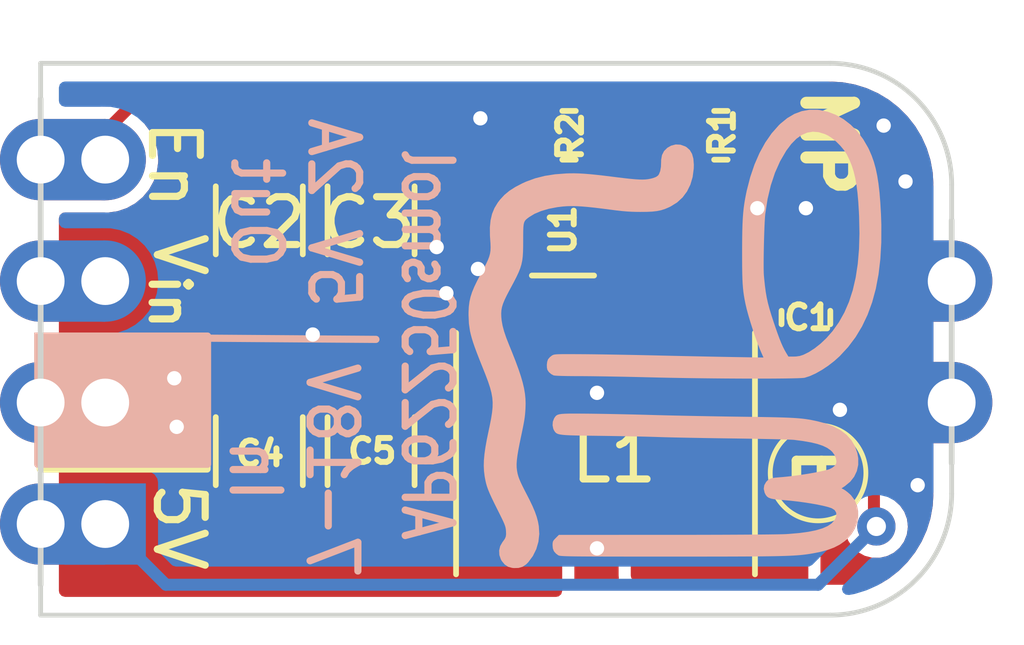
<source format=kicad_pcb>
(kicad_pcb (version 20211014) (generator pcbnew)
  (layers (0 "F.Cu" signal) (31 "B.Cu" signal) (34 "B.Paste" user) (35 "F.Paste" user) (36 "B.SilkS" user "B.Silkscreen") (37 "F.SilkS" user "F.Silkscreen") (38 "B.Mask" user) (39 "F.Mask" user) (44 "Edge.Cuts" user))
  (net 0 "")
  (net 1 "V_{IN}")
  (net 2 "GND")
  (net 3 "Net-(R1-Pad2)")
  (net 4 "Net-(C1-Pad1)")
  (net 5 "Net-(C1-Pad2)")
  (net 6 "En")
  (net 7 "+5V")
  (footprint "Capacitor_SMD:C_1206_3216Metric" (layer "F.Cu") (at 129.032 86.36 -90)
    (fp_text reference "C2" (at 0.0508 0) (layer "F.SilkS"))
    (fp_text value "10uF_Opt")
    (fp_line (start -0.711252 0.91) (end 0.711252 0.91) (layer "F.SilkS") (width 0.12))
    (fp_line (start -0.711252 -0.91) (end 0.711252 -0.91) (layer "F.SilkS") (width 0.12))
    (pad "1" smd roundrect locked (at -1.475 0 270) (size 1.15 1.8) (layers "F.Cu" "F.Paste" "F.Mask") (roundrect_rratio 0.217391) (net 1 "V_{IN}"))
    (pad "2" smd roundrect locked (at 1.475 0 270) (size 1.15 1.8) (layers "F.Cu" "F.Paste" "F.Mask") (roundrect_rratio 0.217391) (net 2 "GND"))
  )
  (footprint "MikeFootprintLib:RevisionSymbol_Small" (layer "F.Cu") (at 140.716 91.6432 -90)
    (fp_text reference "MISC1")
    (fp_text value "B" (at 0 0 -90 unlocked) (layer "F.SilkS") (effects (font (thickness 0.2))))
    (fp_circle (center 0 0) (end 1 0) (layer "F.SilkS") (width 0.1) (fill none))
  )
  (footprint "Capacitor_SMD:C_0603_1608Metric" (layer "F.Cu") (at 135.509 84.582 180)
    (fp_text reference "R2" (at -0.0254 -0.0254 90) (layer "F.SilkS") (effects (font (size 0.5 0.5) (thickness 0.125))))
    (fp_text value "10k")
    (fp_line (start -0.14058 0.51) (end 0.14058 0.51) (layer "F.SilkS") (width 0.12))
    (fp_line (start -0.14058 -0.51) (end 0.14058 -0.51) (layer "F.SilkS") (width 0.12))
    (pad "1" smd roundrect locked (at -0.775 0 180) (size 0.9 0.95) (layers "F.Cu" "F.Paste" "F.Mask") (net 3 "Net-(R1-Pad2)"))
    (pad "2" smd roundrect locked (at 0.775 0 180) (size 0.9 0.95) (layers "F.Cu" "F.Paste" "F.Mask") (net 2 "GND"))
  )
  (footprint "Capacitor_SMD:C_1206_3216Metric" (layer "F.Cu") (at 131.3688 86.36 -90)
    (fp_text reference "C3" (at 0.0508 0.0508) (layer "F.SilkS"))
    (fp_text value "10uF")
    (fp_line (start -0.711252 0.91) (end 0.711252 0.91) (layer "F.SilkS") (width 0.12))
    (fp_line (start -0.711252 -0.91) (end 0.711252 -0.91) (layer "F.SilkS") (width 0.12))
    (pad "1" smd roundrect locked (at -1.475 0 270) (size 1.15 1.8) (layers "F.Cu" "F.Paste" "F.Mask") (roundrect_rratio 0.217391) (net 1 "V_{IN}"))
    (pad "2" smd roundrect locked (at 1.475 0 270) (size 1.15 1.8) (layers "F.Cu" "F.Paste" "F.Mask") (roundrect_rratio 0.217391) (net 2 "GND"))
  )
  (footprint "Capacitor_SMD:C_1206_3216Metric" (layer "F.Cu") (at 131.3688 91.186 90)
    (fp_text reference "C5" (at -0.000001 0.025 180) (layer "F.SilkS") (effects (font (size 0.5 0.5) (thickness 0.125))))
    (fp_text value "22uF")
    (fp_line (start -0.711252 0.91) (end 0.711252 0.91) (layer "F.SilkS") (width 0.12))
    (fp_line (start -0.711252 -0.91) (end 0.711252 -0.91) (layer "F.SilkS") (width 0.12))
    (pad "1" smd roundrect locked (at -1.475 0 90) (size 1.15 1.8) (layers "F.Cu" "F.Paste" "F.Mask") (roundrect_rratio 0.2173913043) (net 7 "+5V"))
    (pad "2" smd roundrect locked (at 1.475 0 90) (size 1.15 1.8) (layers "F.Cu" "F.Paste" "F.Mask") (roundrect_rratio 0.2173913043) (net 2 "GND"))
  )
  (footprint "Capacitor_SMD:C_0603_1608Metric" (layer "F.Cu") (at 138.684 84.582 180)
    (fp_text reference "R1" (at -0.0254 0.0508 90) (layer "F.SilkS") (effects (font (size 0.5 0.5) (thickness 0.125))))
    (fp_text value "52.3k")
    (fp_line (start -0.14058 -0.51) (end 0.14058 -0.51) (layer "F.SilkS") (width 0.12))
    (fp_line (start -0.14058 0.51) (end 0.14058 0.51) (layer "F.SilkS") (width 0.12))
    (pad "1" smd roundrect locked (at -0.775 0 180) (size 0.9 0.95) (layers "F.Cu" "F.Paste" "F.Mask") (net 7 "+5V"))
    (pad "2" smd roundrect locked (at 0.775 0 180) (size 0.9 0.95) (layers "F.Cu" "F.Paste" "F.Mask") (net 3 "Net-(R1-Pad2)"))
  )
  (footprint "MikeConnectorFootprints:Castellated_1x2_2.54mm" (layer "F.Cu") (at 140.97 90.17 180)
    (fp_text reference "J1" hide)
    (fp_text value "Heatsink Pads" hide)
    (fp_line (start -2.54 -1.27) (end -2.54 3.81) (layer "Edge.Cuts") (width 0.12))
    (pad "1" smd rect (at -1.905 0) (size 1.286 1.7) (layers "F.Cu" "F.Mask") (net 2 "GND"))
    (pad "1" smd rect (at -1.905 0) (size 1.286 1.7) (layers "B.Cu" "B.Mask") (net 2 "GND"))
    (pad "1" thru_hole circle (at -2.54 0 180) (size 1.7 1.7) (drill 1) (layers *.Cu *.Mask) (net 2 "GND"))
    (pad "2" smd rect (at -1.905 2.54) (size 1.286 1.7) (layers "F.Cu" "F.Mask") (net 2 "GND"))
    (pad "2" thru_hole oval (at -2.54 2.54 180) (size 1.7 1.7) (drill 1) (layers *.Cu *.Mask) (net 2 "GND"))
    (pad "2" smd rect (at -1.905 2.54) (size 1.286 1.7) (layers "B.Cu" "B.Mask") (net 2 "GND"))
  )
  (footprint "MikeFootprintLib:L_Inductor_tdk_VLS5045EX" (layer "F.Cu") (at 136.2964 91.2368 180)
    (fp_text reference "L1" (at -0.1524 -0.0762 unlocked) (layer "F.SilkS"))
    (fp_text value "2.2uF")
    (fp_line (start -3.1 -2.525) (end -3.1 2.525) (layer "F.SilkS") (width 0.12))
    (fp_line (start 3.15 -2.525) (end 3.15 2.525) (layer "F.SilkS") (width 0.12))
    (pad "1" smd rect (at -2 0 180) (size 1.9 4) (layers "F.Cu" "F.Paste" "F.Mask") (net 4 "Net-(C1-Pad1)"))
    (pad "2" smd rect (at 2 0 180) (size 1.9 4) (layers "F.Cu" "F.Paste" "F.Mask") (net 7 "+5V"))
  )
  (footprint "Capacitor_SMD:C_1206_3216Metric" (layer "F.Cu") (at 129.032 91.186 90)
    (fp_text reference "C4" (at -0.0508 0.0128 180) (layer "F.SilkS") (effects (font (size 0.5 0.5) (thickness 0.125))))
    (fp_text value "22uF")
    (fp_line (start -0.711252 -0.91) (end 0.711252 -0.91) (layer "F.SilkS") (width 0.12))
    (fp_line (start -0.711252 0.91) (end 0.711252 0.91) (layer "F.SilkS") (width 0.12))
    (pad "1" smd roundrect locked (at -1.475 0 90) (size 1.15 1.8) (layers "F.Cu" "F.Paste" "F.Mask") (roundrect_rratio 0.2173913043) (net 7 "+5V"))
    (pad "2" smd roundrect locked (at 1.475 0 90) (size 1.15 1.8) (layers "F.Cu" "F.Paste" "F.Mask") (roundrect_rratio 0.2173913043) (net 2 "GND"))
  )
  (footprint "Package_TO_SOT_SMD:SOT-563" (layer "F.Cu") (at 135.382 86.614)
    (fp_text reference "U1" (at 0 -0.0508 270) (layer "F.SilkS") (effects (font (size 0.5 0.5) (thickness 0.125))))
    (fp_text value "AP62250Z6")
    (fp_line (start 0.65 0.9) (end -0.65 0.9) (layer "F.SilkS") (width 0.12))
    (fp_line (start -0.9 -0.9) (end 0.65 -0.9) (layer "F.SilkS") (width 0.12))
    (pad "1" smd rect locked (at -0.75 -0.5) (size 0.7 0.34) (layers "F.Cu" "F.Paste" "F.Mask") (net 1 "V_{IN}"))
    (pad "2" smd rect locked (at -0.75 0) (size 0.7 0.34) (layers "F.Cu" "F.Paste" "F.Mask") (net 4 "Net-(C1-Pad1)"))
    (pad "3" smd rect locked (at -0.75 0.5) (size 0.7 0.34) (layers "F.Cu" "F.Paste" "F.Mask") (net 2 "GND"))
    (pad "4" smd rect locked (at 0.75 0.5) (size 0.7 0.34) (layers "F.Cu" "F.Paste" "F.Mask") (net 5 "Net-(C1-Pad2)"))
    (pad "5" smd rect locked (at 0.75 0) (size 0.7 0.34) (layers "F.Cu" "F.Paste" "F.Mask") (net 6 "En"))
    (pad "6" smd rect locked (at 0.75 -0.5) (size 0.7 0.34) (layers "F.Cu" "F.Paste" "F.Mask") (net 3 "Net-(R1-Pad2)"))
  )
  (footprint "Capacitor_SMD:C_0603_1608Metric" (layer "F.Cu") (at 140.462 88.392 90)
    (fp_text reference "C1" (at 0 0.0508) (layer "F.SilkS") (effects (font (size 0.5 0.5) (thickness 0.125))))
    (fp_text value "100nF")
    (fp_line (start -0.14058 0.51) (end 0.14058 0.51) (layer "F.SilkS") (width 0.12))
    (fp_line (start -0.14058 -0.51) (end 0.14058 -0.51) (layer "F.SilkS") (width 0.12))
    (pad "1" smd roundrect locked (at -0.775 0 90) (size 0.9 0.95) (layers "F.Cu" "F.Paste" "F.Mask") (net 4 "Net-(C1-Pad1)"))
    (pad "2" smd roundrect locked (at 0.775 0 90) (size 0.9 0.95) (layers "F.Cu" "F.Paste" "F.Mask") (net 5 "Net-(C1-Pad2)"))
  )
  (footprint "MikeConnectorFootprints:Castellated_2x4_2.54mm" (layer "B.Cu") (at 124.46 92.71)
    (fp_text reference "J2" hide)
    (fp_text value "Connector Pads" hide)
    (fp_line (start 0 1.27) (end 0 -8.89) (layer "Edge.Cuts") (width 0.12))
    (pad "1" smd rect (at 0.635 0 180) (size 1.35 1.7) (layers "F.Cu" "F.Mask") (net 7 "+5V"))
    (pad "1" smd rect (at 0.675 0 180) (size 1.35 1.7) (layers "B.Cu" "B.Mask") (net 7 "+5V"))
    (pad "1" thru_hole rect (at 1.35 0) (size 1.7 1.7) (drill 1) (layers *.Cu *.Mask) (net 7 "+5V"))
    (pad "1" thru_hole circle (at 0 0) (size 1.7 1.7) (drill 1) (layers *.Cu *.Mask) (net 7 "+5V"))
    (pad "2" smd rect (at 0.675 -2.54 180) (size 1.35 1.7) (layers "B.Cu" "B.Mask") (net 2 "GND"))
    (pad "2" thru_hole oval (at 1.35 -2.54) (size 1.7 1.7) (drill 1) (layers *.Cu *.Mask) (net 2 "GND"))
    (pad "2" thru_hole oval (at 0 -2.54) (size 1.7 1.7) (drill 1) (layers *.Cu *.Mask) (net 2 "GND"))
    (pad "2" smd rect (at 0.675 -2.54 180) (size 1.35 1.7) (layers "F.Cu" "F.Mask") (net 2 "GND"))
    (pad "3" thru_hole oval (at 1.35 -5.08) (size 1.7 1.7) (drill 1) (layers *.Cu *.Mask) (net 1 "V_{IN}"))
    (pad "3" thru_hole oval (at 0 -5.08) (size 1.7 1.7) (drill 1) (layers *.Cu *.Mask) (net 1 "V_{IN}"))
    (pad "3" smd rect (at 0.675 -5.08 180) (size 1.35 1.7) (layers "B.Cu" "B.Mask") (net 1 "V_{IN}"))
    (pad "3" smd rect (at 0.675 -5.08 180) (size 1.35 1.7) (layers "F.Cu" "F.Mask") (net 1 "V_{IN}"))
    (pad "4" smd rect (at 0.675 -7.62 180) (size 1.35 1.7) (layers "B.Cu" "B.Mask") (net 6 "En"))
    (pad "4" smd rect (at 0.675 -7.62 180) (size 1.35 1.7) (layers "F.Cu" "F.Mask") (net 6 "En"))
    (pad "4" thru_hole oval (at 0 -7.62) (size 1.7 1.7) (drill 1) (layers *.Cu *.Mask) (net 6 "En"))
    (pad "4" thru_hole oval (at 1.35 -7.62) (size 1.7 1.7) (drill 1) (layers *.Cu *.Mask) (net 6 "En"))
  )
  (footprint "MikeArtworkLib:MPSquare_10mm" (layer "B.Cu") (at 137.7188 89.2556 90)
    (fp_text reference "ART1" hide)
    (fp_text value "MP10mm" hide)
    (fp_poly (pts (xy 4.183422 0.390289) (xy 4.2848 0.362523) (xy 4.364574 0.315784) (xy 4.424326 0.249322) (xy 4.442588 0.217806) (xy 4.477556 0.119005) (xy 4.482482 0.020369) (xy 4.457555 -0.075791) (xy 4.411709 -0.155672) (xy 4.344377 -0.223648) (xy 4.260707 -0.266363) (xy 4.160181 -0.284051) (xy 4.125142 -0.28448) (xy 4.015397 -0.288194) (xy 3.925104 -0.303965) (xy 3.857807 -0.330984) (xy 3.830372 -0.351825) (xy 3.80199 -0.393259) (xy 3.778215 -0.457944) (xy 3.766365 -0.505318) (xy 3.756876 -0.555534) (xy 3.750732 -0.608768) (xy 3.748113 -0.668616) (xy 3.749194 -0.738677) (xy 3.754153 -0.82255) (xy 3.763169 -0.923831) (xy 3.776417 -1.046121) (xy 3.794077 -1.193015) (xy 3.804277 -1.274145) (xy 3.827567 -1.462629) (xy 3.846125 -1.625402) (xy 3.860256 -1.766641) (xy 3.870264 -1.890526) (xy 3.876451 -2.001233) (xy 3.879123 -2.102942) (xy 3.878583 -2.199829) (xy 3.876465 -2.266806) (xy 3.858732 -2.502734) (xy 3.825353 -2.717293) (xy 3.775141 -2.915754) (xy 3.706911 -3.103386) (xy 3.669621 -3.186518) (xy 3.592939 -3.334166) (xy 3.513808 -3.457126) (xy 3.427861 -3.560958) (xy 3.330731 -3.651222) (xy 3.265784 -3.700813) (xy 3.153096 -3.769389) (xy 3.031567 -3.819155) (xy 2.897214 -3.850943) (xy 2.746052 -3.865582) (xy 2.574097 -3.863904) (xy 2.505282 -3.859383) (xy 2.411528 -3.852788) (xy 2.332891 -3.85013) (xy 2.264155 -3.852807) (xy 2.200108 -3.862218) (xy 2.135535 -3.879762) (xy 2.065223 -3.906839) (xy 1.983957 -3.944846) (xy 1.886525 -3.995183) (xy 1.774862 -4.05536) (xy 1.630955 -4.13133) (xy 1.506228 -4.191416) (xy 1.395138 -4.237267) (xy 1.292143 -4.270533) (xy 1.191699 -4.292864) (xy 1.088263 -4.305911) (xy 0.976293 -4.311322) (xy 0.913817 -4.311673) (xy 0.737052 -4.303744) (xy 0.585207 -4.281952) (xy 0.580553 -4.280986) (xy 0.506312 -4.263949) (xy 0.428733 -4.242959) (xy 0.343882 -4.216653) (xy 0.247825 -4.18367) (xy 0.136628 -4.142649) (xy 0.006359 -4.092229) (xy -0.146918 -4.031048) (xy -0.178155 -4.018424) (xy -0.339478 -3.954196) (xy -0.478414 -3.902236) (xy -0.600066 -3.862044) (xy -0.70954 -3.833122) (xy -0.811938 -3.814975) (xy -0.912367 -3.807102) (xy -1.015929 -3.809008) (xy -1.12773 -3.820194) (xy -1.252873 -3.840163) (xy -1.396462 -3.868416) (xy -1.496849 -3.889845) (xy -1.685911 -3.928983) (xy -1.850532 -3.958549) (xy -1.994912 -3.978893) (xy -2.123251 -3.990364) (xy -2.239748 -3.993313) (xy -2.348603 -3.988089) (xy -2.454015 -3.975043) (xy -2.475636 -3.971424) (xy -2.54544 -3.958225) (xy -2.609537 -3.943312) (xy -2.672496 -3.92491) (xy -2.738884 -3.901241) (xy -2.813269 -3.870528) (xy -2.900221 -3.830994) (xy -3.004306 -3.780863) (xy -3.130093 -3.718357) (xy -3.143589 -3.711583) (xy -3.251446 -3.657638) (xy -3.336442 -3.615876) (xy -3.402686 -3.584649) (xy -3.454286 -3.562309) (xy -3.495352 -3.547206) (xy -3.529993 -3.537691) (xy -3.562316 -3.532116) (xy -3.596432 -3.528831) (xy -3.599555 -3.528604) (xy -3.667168 -3.526159) (xy -3.717682 -3.532755) (xy -3.762844 -3.5521) (xy -3.814401 -3.587901) (xy -3.832537 -3.602138) (xy -3.915584 -3.649855) (xy -4.00793 -3.671502) (xy -4.103048 -3.66686) (xy -4.194408 -3.635706) (xy -4.228813 -3.615522) (xy -4.301625 -3.554907) (xy -4.347981 -3.485638) (xy -4.371655 -3.401219) (xy -4.375536 -3.363097) (xy -4.372671 -3.264053) (xy -4.348095 -3.181402) (xy -4.298802 -3.107685) (xy -4.254683 -3.063353) (xy -4.125255 -2.966935) (xy -3.980938 -2.895496) (xy -3.825524 -2.850147) (xy -3.662807 -2.831999) (xy -3.498327 -2.841903) (xy -3.401306 -2.859839) (xy -3.303171 -2.886223) (xy -3.1988 -2.922983) (xy -3.083075 -2.972048) (xy -2.950874 -3.035344) (xy -2.856472 -3.083579) (xy -2.741741 -3.142811) (xy -2.649 -3.189242) (xy -2.57371 -3.22473) (xy -2.511334 -3.251133) (xy -2.457333 -3.270311) (xy -2.40717 -3.284123) (xy -2.356304 -3.294428) (xy -2.332002 -3.298412) (xy -2.269059 -3.30512) (xy -2.199078 -3.306101) (xy -2.118154 -3.300906) (xy -2.022378 -3.289087) (xy -1.907843 -3.270196) (xy -1.770643 -3.243785) (xy -1.665353 -3.221927) (xy -1.53911 -3.195308) (xy -1.437385 -3.174376) (xy -1.355092 -3.158304) (xy -1.287147 -3.146266) (xy -1.228464 -3.137435) (xy -1.17396 -3.130986) (xy -1.118548 -3.12609) (xy -1.057144 -3.121923) (xy -1.045803 -3.121231) (xy -0.939571 -3.1178) (xy -0.834547 -3.121085) (xy -0.727506 -3.131912) (xy -0.615222 -3.151107) (xy -0.494468 -3.179496) (xy -0.362019 -3.217906) (xy -0.214648 -3.267162) (xy -0.049131 -3.32809) (xy 0.137761 -3.401517) (xy 0.287544 -3.46266) (xy 0.440768 -3.522848) (xy 0.573862 -3.567975) (xy 0.6921 -3.599508) (xy 0.800758 -3.618916) (xy 0.874855 -3.626133) (xy 0.94761 -3.628394) (xy 1.014762 -3.624221) (xy 1.081367 -3.612014) (xy 1.152484 -3.590171) (xy 1.23317 -3.557093) (xy 1.328484 -3.511179) (xy 1.443483 -3.450828) (xy 1.464182 -3.439653) (xy 1.596784 -3.368536) (xy 1.708482 -3.311078) (xy 1.804643 -3.265827) (xy 1.890637 -3.231328) (xy 1.971831 -3.20613) (xy 2.053596 -3.188779) (xy 2.141299 -3.177822) (xy 2.240311 -3.171806) (xy 2.355999 -3.169277) (xy 2.464992 -3.168789) (xy 2.586391 -3.168599) (xy 2.681599 -3.167527) (xy 2.754733 -3.164536) (xy 2.809912 -3.158588) (xy 2.851254 -3.148647) (xy 2.882877 -3.133675) (xy 2.9089 -3.112636) (xy 2.933441 -3.084493) (xy 2.960617 -3.048208) (xy 2.964422 -3.043024) (xy 3.032465 -2.930235) (xy 3.090366 -2.792496) (xy 3.13686 -2.633838) (xy 3.170686 -2.458292) (xy 3.185134 -2.338615) (xy 3.191428 -2.250925) (xy 3.193839 -2.158773) (xy 3.192118 -2.058393) (xy 3.186017 -1.946022) (xy 3.175289 -1.817895) (xy 3.159685 -1.670247) (xy 3.138956 -1.499314) (xy 3.120449 -1.357696) (xy 3.102705 -1.219251) (xy 3.089679 -1.102079) (xy 3.080715 -0.997624) (xy 3.075159 -0.897328) (xy 3.072354 -0.792634) (xy 3.071707 -0.720983) (xy 3.072925 -0.58239) (xy 3.078496 -0.467744) (xy 3.089532 -0.370855) (xy 3.107145 -0.285533) (xy 3.132444 -0.205589) (xy 3.166542 -0.124832) (xy 3.185903 -0.084877) (xy 3.269746 0.05018) (xy 3.374963 0.164596) (xy 3.499921 0.257465) (xy 3.642989 0.327882) (xy 3.802534 0.374938) (xy 3.976923 0.397729) (xy 4.058859 0.399832)) (layer "B.SilkS") (width 0) (fill solid))
    (fp_poly (pts (xy 3.02161 4.313012) (xy 3.260112 4.299607) (xy 3.471862 4.282497) (xy 3.660268 4.261024) (xy 3.828734 4.234532) (xy 3.980667 4.202364) (xy 4.119471 4.163861) (xy 4.248554 4.118367) (xy 4.37132 4.065225) (xy 4.414281 4.044267) (xy 4.594873 3.939532) (xy 4.755555 3.817524) (xy 4.894694 3.680428) (xy 5.010658 3.530428) (xy 5.101813 3.369708) (xy 5.166527 3.200453) (xy 5.203166 3.024849) (xy 5.207506 2.983133) (xy 5.20762 2.815854) (xy 5.178948 2.655695) (xy 5.121196 2.50192) (xy 5.034066 2.353795) (xy 4.917262 2.210582) (xy 4.881664 2.173728) (xy 4.714663 2.026382) (xy 4.521677 1.892536) (xy 4.304203 1.772905) (xy 4.063735 1.668203) (xy 3.80177 1.579145) (xy 3.519805 1.506444) (xy 3.455619 1.492795) (xy 3.352887 1.472814) (xy 3.254211 1.456161) (xy 3.155523 1.442555) (xy 3.052754 1.431714) (xy 2.941836 1.423357) (xy 2.818702 1.417201) (xy 2.679282 1.412965) (xy 2.519509 1.410367) (xy 2.335315 1.409125) (xy 2.244671 1.408935) (xy 2.064406 1.409072) (xy 1.910519 1.410034) (xy 1.779081 1.412069) (xy 1.666165 1.415428) (xy 1.567843 1.420359) (xy 1.480188 1.42711) (xy 1.399272 1.435932) (xy 1.321168 1.447072) (xy 1.241947 1.460781) (xy 1.157683 1.477306) (xy 1.153832 1.478095) (xy 1.040851 1.504384) (xy 0.907367 1.540524) (xy 0.760623 1.584158) (xy 0.607859 1.632925) (xy 0.456314 1.684468) (xy 0.31323 1.736426) (xy 0.185847 1.786442) (xy 0.11678 1.815954) (xy 0.027254 1.85583) (xy 0.037594 1.215306) (xy 0.03995 1.077415) (xy 0.042953 0.914612) (xy 0.04649 0.732287) (xy 0.050451 0.535829) (xy 0.054723 0.330627) (xy 0.059196 0.12207) (xy 0.063759 -0.084453) (xy 0.068299 -0.283552) (xy 0.070737 -0.38757) (xy 0.075059 -0.577785) (xy 0.079232 -0.776371) (xy 0.083171 -0.978248) (xy 0.086789 -1.178339) (xy 0.090001 -1.371564) (xy 0.09272 -1.552844) (xy 0.094862 -1.7171) (xy 0.096339 -1.859255) (xy 0.09688 -1.933393) (xy 0.097691 -2.081732) (xy 0.098162 -2.202842) (xy 0.09815 -2.299806) (xy 0.097511 -2.375704) (xy 0.096101 -2.433617) (xy 0.093775 -2.476626) (xy 0.090391 -2.507814) (xy 0.085805 -2.530261) (xy 0.079871 -2.547048) (xy 0.072448 -2.561257) (xy 0.067167 -2.569909) (xy 0.033756 -2.611888) (xy -0.00521 -2.645847) (xy -0.010946 -2.649473) (xy -0.059671 -2.666626) (xy -0.123219 -2.674539) (xy -0.187308 -2.672439) (xy -0.233193 -2.661536) (xy -0.278138 -2.631003) (xy -0.319883 -2.582902) (xy -0.345847 -2.534823) (xy -0.350746 -2.50597) (xy -0.354824 -2.448408) (xy -0.358036 -2.363728) (xy -0.360333 -2.253523) (xy -0.361668 -2.119383) (xy -0.362012 -1.993559) (xy -0.36244 -1.88498) (xy -0.363671 -1.750723) (xy -0.365628 -1.595407) (xy -0.368231 -1.423652) (xy -0.371402 -1.240077) (xy -0.375062 -1.049302) (xy -0.379133 -0.855946) (xy -0.383537 -0.664628) (xy -0.386932 -0.528287) (xy -0.391745 -0.327412) (xy -0.396104 -0.117242) (xy -0.4 0.1) (xy -0.40343 0.322088) (xy -0.406386 0.546795) (xy -0.408863 0.771898) (xy -0.410854 0.995169) (xy -0.412354 1.214385) (xy -0.413357 1.427319) (xy -0.413857 1.631746) (xy -0.413848 1.825441) (xy -0.413323 2.006179) (xy -0.412277 2.171733) (xy -0.410704 2.319878) (xy -0.409767 2.377068) (xy 0.047177 2.377068) (xy 0.126741 2.329177) (xy 0.188068 2.294336) (xy 0.25533 2.260609) (xy 0.332706 2.22629) (xy 0.424373 2.189675) (xy 0.534511 2.149058) (xy 0.667298 2.102734) (xy 0.75189 2.074073) (xy 0.906631 2.023294) (xy 1.041016 1.982453) (xy 1.16271 1.949934) (xy 1.279376 1.924117) (xy 1.39868 1.903384) (xy 1.528284 1.886116) (xy 1.675854 1.870693) (xy 1.744552 1.86442) (xy 1.80028 1.861457) (xy 1.881422 1.859824) (xy 1.983115 1.85941) (xy 2.100495 1.860105) (xy 2.2287 1.861797) (xy 2.362867 1.864378) (xy 2.498134 1.867736) (xy 2.629637 1.871761) (xy 2.752515 1.876343) (xy 2.861903 1.881371) (xy 2.95294 1.886736) (xy 3.020762 1.892326) (xy 3.032738 1.893653) (xy 3.341635 1.94154) (xy 3.627548 2.009101) (xy 3.890582 2.096369) (xy 4.130838 2.20338) (xy 4.348423 2.330168) (xy 4.352207 2.332682) (xy 4.491527 2.436893) (xy 4.600776 2.544173) (xy 4.680069 2.65484) (xy 4.72952 2.769213) (xy 4.749244 2.887612) (xy 4.739356 3.010354) (xy 4.699969 3.13776) (xy 4.666647 3.208285) (xy 4.613299 3.290798) (xy 4.540047 3.378356) (xy 4.454564 3.463423) (xy 4.364521 3.538465) (xy 4.27759 3.595946) (xy 4.26508 3.602699) (xy 4.15241 3.656977) (xy 4.036605 3.70318) (xy 3.914006 3.742024) (xy 3.780956 3.77423) (xy 3.633797 3.800516) (xy 3.468872 3.821599) (xy 3.282524 3.8382) (xy 3.071096 3.851037) (xy 2.979782 3.855232) (xy 2.623942 3.862608) (xy 2.292615 3.853312) (xy 1.984832 3.827081) (xy 1.699626 3.783655) (xy 1.436028 3.722775) (xy 1.193068 3.644179) (xy 0.969779 3.547606) (xy 0.765192 3.432798) (xy 0.578338 3.299492) (xy 0.430955 3.169727) (xy 0.318194 3.050449) (xy 0.219413 2.925574) (xy 0.139168 2.801407) (xy 0.08453 2.690519) (xy 0.059682 2.614854) (xy 0.048592 2.537578) (xy 0.047177 2.487831) (xy 0.047177 2.377068) (xy -0.409767 2.377068) (xy -0.408598 2.44839) (xy -0.405953 2.555042) (xy -0.402762 2.63761) (xy -0.399021 2.693867) (xy -0.395649 2.718342) (xy -0.360119 2.828492) (xy -0.303903 2.951099) (xy -0.230552 3.080417) (xy -0.143615 3.2107) (xy -0.046641 3.336201) (xy 0.056818 3.451173) (xy 0.057442 3.451811) (xy 0.247546 3.627333) (xy 0.454321 3.782533) (xy 0.678566 3.917645) (xy 0.92108 4.0329) (xy 1.182663 4.12853) (xy 1.464113 4.204768) (xy 1.76623 4.261845) (xy 2.089814 4.299995) (xy 2.435663 4.319449) (xy 2.804577 4.320439)) (layer "B.SilkS") (width 0) (fill solid))
    (fp_poly (pts (xy -1.971324 3.818682) (xy -1.828265 3.76913) (xy -1.701001 3.694347) (xy -1.589363 3.594123) (xy -1.493181 3.468248) (xy -1.412287 3.316511) (xy -1.346513 3.138703) (xy -1.307809 2.991704) (xy -1.292893 2.923629) (xy -1.279829 2.858796) (xy -1.26846 2.794633) (xy -1.258632 2.728569) (xy -1.250189 2.658034) (xy -1.242976 2.580458) (xy -1.236838 2.493268) (xy -1.231618 2.393894) (xy -1.227162 2.279766) (xy -1.223315 2.148313) (xy -1.21992 1.996963) (xy -1.216824 1.823146) (xy -1.213869 1.624292) (xy -1.210901 1.397828) (xy -1.210748 1.385581) (xy -1.207949 1.179206) (xy -1.204572 0.959386) (xy -1.200724 0.731651) (xy -1.196515 0.50153) (xy -1.192053 0.274554) (xy -1.187446 0.056252) (xy -1.182803 -0.147845) (xy -1.178232 -0.332209) (xy -1.174216 -0.4785) (xy -1.169313 -0.655896) (xy -1.164574 -0.844465) (xy -1.160124 -1.03805) (xy -1.156087 -1.230493) (xy -1.152588 -1.415634) (xy -1.149752 -1.587316) (xy -1.147703 -1.73938) (xy -1.146773 -1.834885) (xy -1.145671 -1.988599) (xy -1.145219 -2.115011) (xy -1.145853 -2.21713) (xy -1.148008 -2.297964) (xy -1.152117 -2.36052) (xy -1.158616 -2.407807) (xy -1.167939 -2.442832) (xy -1.180521 -2.468603) (xy -1.196798 -2.488129) (xy -1.217202 -2.504418) (xy -1.242171 -2.520477) (xy -1.24622 -2.52298) (xy -1.313588 -2.548839) (xy -1.390507 -2.554258) (xy -1.464247 -2.539184) (xy -1.495889 -2.523982) (xy -1.517521 -2.510403) (xy -1.535956 -2.496493) (xy -1.551483 -2.479831) (xy -1.564387 -2.457993) (xy -1.574957 -2.428559) (xy -1.583479 -2.389107) (xy -1.59024 -2.337214) (xy -1.595527 -2.270458) (xy -1.599627 -2.186419) (xy -1.602827 -2.082673) (xy -1.605415 -1.956798) (xy -1.607677 -1.806374) (xy -1.609901 -1.628977) (xy -1.610789 -1.554515) (xy -1.613033 -1.383464) (xy -1.615722 -1.20776) (xy -1.618755 -1.032392) (xy -1.622031 -0.862348) (xy -1.625449 -0.702618) (xy -1.628906 -0.55819) (xy -1.632303 -0.434054) (xy -1.635537 -0.335199) (xy -1.635562 -0.334527) (xy -1.638289 -0.25027) (xy -1.64127 -0.139294) (xy -1.644437 -0.005188) (xy -1.64772 0.14846) (xy -1.651052 0.318059) (xy -1.654364 0.500022) (xy -1.657587 0.690758) (xy -1.660652 0.886679) (xy -1.66349 1.084196) (xy -1.665273 1.218874) (xy -1.667844 1.406343) (xy -1.670685 1.587885) (xy -1.673732 1.760777) (xy -1.67692 1.922301) (xy -1.680186 2.069734) (xy -1.683465 2.200357) (xy -1.686695 2.311449) (xy -1.689811 2.400289) (xy -1.692749 2.464157) (xy -1.695347 2.499483) (xy -1.720051 2.688379) (xy -1.74839 2.849359) (xy -1.781082 2.984677) (xy -1.818843 3.096587) (xy -1.86239 3.187342) (xy -1.912439 3.259197) (xy -1.948969 3.296989) (xy -2.011015 3.340787) (xy -2.079831 3.369812) (xy -2.146052 3.381035) (xy -2.190842 3.37517) (xy -2.235108 3.346897) (xy -2.276378 3.296347) (xy -2.30876 3.231414) (xy -2.317124 3.205979) (xy -2.341873 3.107698) (xy -2.367512 2.986005) (xy -2.392966 2.847734) (xy -2.417158 2.699719) (xy -2.439011 2.548795) (xy -2.457449 2.401796) (xy -2.471396 2.265555) (xy -2.477359 2.188803) (xy -2.485067 2.099437) (xy -2.496115 2.033759) (xy -2.512796 1.985164) (xy -2.537403 1.947049) (xy -2.57223 1.912808) (xy -2.573591 1.911659) (xy -2.642264 1.872314) (xy -2.718627 1.861378) (xy -2.798486 1.879373) (xy -2.80612 1.882615) (xy -2.848528 1.904433) (xy -2.880846 1.930408) (xy -2.90488 1.965088) (xy -2.922437 2.013024) (xy -2.935324 2.078765) (xy -2.945348 2.16686) (xy -2.952058 2.250136) (xy -2.964666 2.396066) (xy -2.981213 2.546095) (xy -3.000909 2.695496) (xy -3.022962 2.839542) (xy -3.04658 2.973506) (xy -3.070972 3.092662) (xy -3.095347 3.192283) (xy -3.118914 3.267642) (xy -3.124993 3.283115) (xy -3.162471 3.342384) (xy -3.212791 3.374928) (xy -3.273621 3.38026) (xy -3.342631 3.357893) (xy -3.379415 3.336211) (xy -3.442361 3.278832) (xy -3.497424 3.196452) (xy -3.54481 3.088336) (xy -3.584727 2.953752) (xy -3.617383 2.791965) (xy -3.642985 2.602242) (xy -3.661741 2.383849) (xy -3.665355 2.325199) (xy -3.667317 2.275299) (xy -3.669185 2.196694) (xy -3.67095 2.090989) (xy -3.672603 1.959789) (xy -3.674132 1.804698) (xy -3.675528 1.627321) (xy -3.676781 1.429263) (xy -3.677882 1.21213) (xy -3.67882 0.977525) (xy -3.679586 0.727055) (xy -3.680169 0.462323) (xy -3.680561 0.184935) (xy -3.68075 -0.103504) (xy -3.680765 -0.181181) (xy -3.680985 -2.422345) (xy -3.747189 -2.488549) (xy -3.786255 -2.525506) (xy -3.816834 -2.545335) (xy -3.850846 -2.553322) (xy -3.8965 -2.554753) (xy -3.963532 -2.549123) (xy -4.015445 -2.529941) (xy -4.031101 -2.520352) (xy -4.072645 -2.483443) (xy -4.106201 -2.438632) (xy -4.109094 -2.43321) (xy -4.112665 -2.424809) (xy -4.115902 -2.413542) (xy -4.11882 -2.397959) (xy -4.121436 -2.376612) (xy -4.123766 -2.34805) (xy -4.125828 -2.310825) (xy -4.127636 -2.263487) (xy -4.129209 -2.204587) (xy -4.130561 -2.132675) (xy -4.13171 -2.046301) (xy -4.132672 -1.944018) (xy -4.133463 -1.824374) (xy -4.1341 -1.685921) (xy -4.134599 -1.527209) (xy -4.134977 -1.346789) (xy -4.135249 -1.143212) (xy -4.135433 -0.915028) (xy -4.135544 -0.660787) (xy -4.1356 -0.37904) (xy -4.135616 -0.089461) (xy -4.135578 0.240527) (xy -4.135437 0.541765) (xy -4.135161 0.815813) (xy -4.134716 1.06423) (xy -4.134071 1.288576) (xy -4.133194 1.490411) (xy -4.132053 1.671295) (xy -4.130615 1.832787) (xy -4.128848 1.976447) (xy -4.12672 2.103835) (xy -4.124199 2.216512) (xy -4.121253 2.316036) (xy -4.11785 2.403968) (xy -4.113957 2.481867) (xy -4.109542 2.551293) (xy -4.104573 2.613806) (xy -4.099018 2.670966) (xy -4.092844 2.724332) (xy -4.086021 2.775465) (xy -4.078514 2.825924) (xy -4.075029 2.848051) (xy -4.040213 3.032844) (xy -3.998268 3.191795) (xy -3.947595 3.328864) (xy -3.886598 3.448009) (xy -3.813675 3.553191) (xy -3.76951 3.604776) (xy -3.667293 3.697325) (xy -3.553722 3.766967) (xy -3.432764 3.813437) (xy -3.308389 3.836468) (xy -3.184563 3.835794) (xy -3.065254 3.81115) (xy -2.95443 3.762269) (xy -2.85606 3.688885) (xy -2.834611 3.667456) (xy -2.792641 3.619819) (xy -2.756107 3.572677) (xy -2.734414 3.538817) (xy -2.708519 3.48874) (xy -2.658749 3.562643) (xy -2.56936 3.670469) (xy -2.464742 3.752644) (xy -2.346994 3.808386) (xy -2.218217 3.836913) (xy -2.080507 3.837445)) (layer "B.SilkS") (width 0) (fill solid))
  )
  (gr_line (start 127.889 88.8238) (end 131.4704 88.8492) (layer "B.SilkS") (width 0.15))
  (gr_rect (start 124.4 88.78) (end 127.95 91.46) (layer "B.SilkS") (width 0.15) (fill solid))
  (gr_rect (start 124.45 88.86) (end 127.94 91.56) (layer "F.SilkS") (width 0.15) (fill solid))
  (gr_arc (start 140.97 83.076051) (mid 142.766051 83.82) (end 143.51 85.616051) (layer "Edge.Cuts") (width 0.1))
  (gr_line (start 124.46 93.98) (end 124.46 94.615) (layer "Edge.Cuts") (width 0.1))
  (gr_line (start 140.97 83.076051) (end 124.46 83.076051) (layer "Edge.Cuts") (width 0.1))
  (gr_arc (start 143.51 92.075) (mid 142.766051 93.871051) (end 140.97 94.615) (layer "Edge.Cuts") (width 0.1))
  (gr_line (start 143.51 91.44) (end 143.51 92.075) (layer "Edge.Cuts") (width 0.1))
  (gr_line (start 124.46 94.615) (end 140.97 94.615) (layer "Edge.Cuts") (width 0.1))
  (gr_line (start 143.51 85.616051) (end 143.51 86.36) (layer "Edge.Cuts") (width 0.1))
  (gr_line (start 124.46 83.82) (end 124.46 83.076051) (layer "Edge.Cuts") (width 0.1))
  (gr_text "AP62250smol" (at 132.5372 88.9508 270) (layer "B.SilkS") (effects (font (size 1 0.8)) (justify mirror)))
  (gr_text "5V 2A\nOut" (at 129.78 86.2076 270) (layer "B.SilkS") (effects (font (size 1 0.9)) (justify mirror)))
  (gr_text "7-18V\nIn" (at 129.7432 91.5924 270) (layer "B.SilkS") (effects (font (size 1 0.9)) (justify mirror)))
  (gr_text "En" (at 127.254 85.1916 270) (layer "F.SilkS") (effects (font (size 1 1))))
  (gr_text "5V" (at 127.3556 92.7608 270) (layer "F.SilkS") (effects (font (size 1 1))))
  (gr_text "MP" (at 140.9192 84.7344 270) (layer "F.SilkS") (effects (font (size 1 1) (thickness 0.25))))
  (gr_text "V_{in}" (at 127.3556 87.63 270) (layer "F.SilkS") (effects (font (size 1 1))))
  (segment (start 133.6548 84.2264) (end 134.3152 84.8868) (width 0.25) (layer "F.Cu") (net 2))
  (segment (start 134.3152 84.8868) (end 134.5562 84.8868) (width 0.25) (layer "F.Cu") (net 2))
  (via (at 140.462 86.106) (size 0.6) (drill 0.3) (layers "F.Cu" "B.Cu") (net 2))
  (via (at 141.1732 90.3224) (size 0.6) (drill 0.3) (layers "F.Cu" "B.Cu") (net 2))
  (via (at 142.0876 84.3788) (size 0.6) (drill 0.3) (layers "F.Cu" "B.Cu") (net 2))
  (via (at 139.446 86.106) (size 0.6) (drill 0.3) (layers "F.Cu" "B.Cu") (net 2))
  (via (at 133.6548 84.2264) (size 0.6) (drill 0.3) (layers "F.Cu" "B.Cu") (net 2))
  (via (at 142.7988 91.8972) (size 0.6) (drill 0.3) (layers "F.Cu" "B.Cu") (net 2))
  (via (at 136.0932 93.218) (size 0.6) (drill 0.3) (layers "F.Cu" "B.Cu") (net 2))
  (via (at 130.1496 88.7476) (size 0.6) (drill 0.3) (layers "F.Cu" "B.Cu") (net 2))
  (via (at 132.9436 87.884) (size 0.6) (drill 0.3) (layers "F.Cu" "B.Cu") (net 2))
  (via (at 142.5448 85.5472) (size 0.6) (drill 0.3) (layers "F.Cu" "B.Cu") (net 2))
  (via (at 132.7404 86.9188) (size 0.6) (drill 0.3) (layers "F.Cu" "B.Cu") (net 2))
  (via (at 133.604 87.376) (size 0.6) (drill 0.3) (layers "F.Cu" "B.Cu") (net 2))
  (via (at 127.3048 90.678) (size 0.6) (drill 0.3) (layers "F.Cu" "B.Cu") (net 2))
  (via (at 127.254 89.662) (size 0.6) (drill 0.3) (layers "F.Cu" "B.Cu") (net 2))
  (via (at 136.0932 89.9668) (size 0.6) (drill 0.3) (layers "F.Cu" "B.Cu") (net 2))
  (segment (start 135.3376 86.614) (end 135.3376 87.7888) (width 0.3556) (layer "F.Cu") (net 4))
  (segment (start 134.632 86.614) (end 135.3376 86.614) (width 0.3556) (layer "F.Cu") (net 4))
  (segment (start 135.3376 87.7888) (end 138.2964 90.7476) (width 0.3556) (layer "F.Cu") (net 4))
  (segment (start 137.414 86.614) (end 136.132 86.614) (width 0.25) (layer "F.Cu") (net 6))
  (segment (start 126.710111 83.601889) (end 138.181987 83.601889) (width 0.25) (layer "F.Cu") (net 6))
  (segment (start 138.68352 84.103422) (end 138.68352 85.34448) (width 0.25) (layer "F.Cu") (net 6))
  (segment (start 138.181987 83.601889) (end 138.68352 84.103422) (width 0.25) (layer "F.Cu") (net 6))
  (segment (start 125.81 84.502) (end 126.710111 83.601889) (width 0.25) (layer "F.Cu") (net 6))
  (segment (start 138.68352 85.34448) (end 137.414 86.614) (width 0.25) (layer "F.Cu") (net 6))
  (segment (start 141.8844 92.71) (end 141.8844 86.645207) (width 0.25) (layer "F.Cu") (net 7))
  (segment (start 139.821193 84.582) (end 139.459 84.582) (width 0.25) (layer "F.Cu") (net 7))
  (segment (start 141.8844 86.645207) (end 139.821193 84.582) (width 0.25) (layer "F.Cu") (net 7))
  (segment (start 141.9352 92.7608) (end 141.8844 92.71) (width 0.25) (layer "F.Cu") (net 7))
  (via (at 141.9352 92.7608) (size 0.8) (drill 0.4) (layers "F.Cu" "B.Cu") (net 7))
  (segment (start 140.716 93.98) (end 127.08 93.98) (width 0.25) (layer "B.Cu") (net 7))
  (segment (start 127.08 93.98) (end 125.81 92.71) (width 0.25) (layer "B.Cu") (net 7))
  (segment (start 141.9352 92.7608) (end 140.716 93.98) (width 0.25) (layer "B.Cu") (net 7))
  (zone (net 3) (net_name "Net-(R1-Pad2)") (layer "F.Cu") (priority 10) (connect_pads yes (clearance 0.254)) (min_thickness 0.254) (fill yes (thermal_gap 0.33) (thermal_bridge_width 0.508))
    (polygon (pts (xy 139.8524 85.7504) (xy 138.0236 85.7504) (xy 137.4648 86.3092) (xy 135.9916 86.3092) (xy 135.9916 85.8012) (xy 136.6012 85.1916) (xy 136.6012 83.82) (xy 139.8524 83.82)))
  )
  (zone (net 7) (net_name "+5V") (layer "F.Cu") (priority 4) (connect_pads yes (clearance 0.254)) (min_thickness 0.254) (fill yes (thermal_gap 0.333) (thermal_bridge_width 0.508))
    (polygon (pts (xy 135.366 95.25) (xy 124.46 95.25) (xy 124.46 91.186) (xy 129.032 91.186) (xy 129.032 90.932) (xy 129.286 90.932) (xy 133.062 90.932) (xy 133.062 89.2048) (xy 135.366 89.2048)))
  )
  (zone (net 2) (net_name "GND") (layer "F.Cu") (connect_pads yes (clearance 0.254)) (min_thickness 0.254) (fill yes (thermal_gap 0.33) (thermal_bridge_width 0.508))
    (polygon (pts (xy 145.034 93.98) (xy 124.46 93.98) (xy 124.46 83.058) (xy 145.034 83.058)))
  )
  (zone (net 1) (net_name "V_{IN}") (layer "F.Cu") (priority 12) (connect_pads yes (clearance 0.254)) (min_thickness 0.254) (fill yes (thermal_gap 0.33) (thermal_bridge_width 0.508))
    (polygon (pts (xy 133.950927 85.320459) (xy 135.128 85.598) (xy 135.128 86.36) (xy 133.096 86.36) (xy 132.334 85.598) (xy 128.778 85.598) (xy 127.762 86.614) (xy 127.762 88.138) (xy 127 88.9) (xy 124.46 88.9) (xy 124.46 83.058) (xy 131.918927 82.780459)))
  )
  (zone (net 4) (net_name "Net-(C1-Pad1)") (layer "F.Cu") (priority 8) (connect_pads yes (clearance 0.254)) (min_thickness 0.254) (fill yes (thermal_gap 0.33) (thermal_bridge_width 0.508))
    (polygon (pts (xy 135.89 87.376) (xy 135.6868 87.376) (xy 136.398 87.63) (xy 137.414 88.646) (xy 138.938 88.646) (xy 140.5128 88.646) (xy 140.5128 94.0308) (xy 136.8 93.91) (xy 136.79 89.53) (xy 135.27 87.77) (xy 135.128 88.0872) (xy 135.128 87.0204) (xy 134.2136 86.9188) (xy 134.112 86.868) (xy 134.366 86.4108) (xy 135.8392 86.4616)))
  )
  (zone (net 5) (net_name "Net-(C1-Pad2)") (layer "F.Cu") (priority 7) (connect_pads yes (clearance 0.254)) (min_thickness 0.254) (fill yes (thermal_gap 0.33) (thermal_bridge_width 0.508))
    (polygon (pts (xy 140.8684 88.2396) (xy 137.668 88.2396) (xy 136.652 87.376) (xy 134.9248 87.376) (xy 134.9248 86.868) (xy 136.906 86.868) (xy 137.414 86.868) (xy 140.8684 86.868)))
  )
  (zone (net 2) (net_name "GND") (layer "B.Cu") (connect_pads yes (clearance 0.254)) (min_thickness 0.254) (fill yes (thermal_gap 0.508) (thermal_bridge_width 0.508))
    (polygon (pts (xy 144.78 95.25) (xy 124.46 95.25) (xy 124.46 83.058) (xy 144.78 83.058)))
  )
)
</source>
